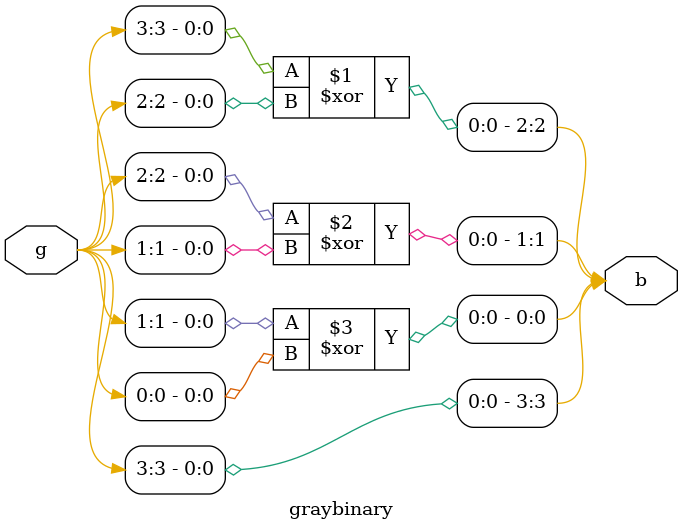
<source format=v>
module graybinary(input [3:0] g, output [3:0] b);
	assign b[3] = g[3];
	assign b[2] = g[3] ^ g[2];
	assign b[1] = g[2] ^ g[1];
	assign b[0] = g[1] ^ g[0];
endmodule


</source>
